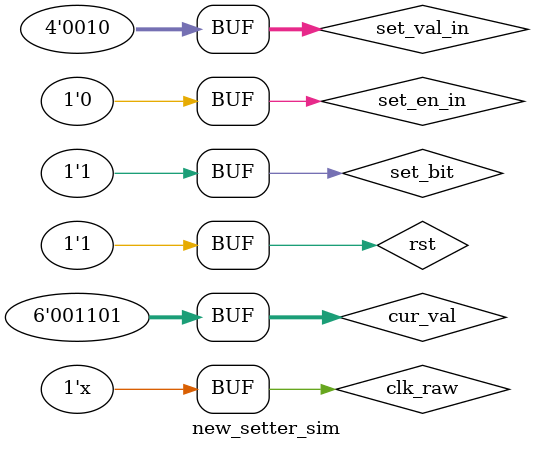
<source format=v>
`timescale 1ns / 1ps


module new_setter_sim();

reg clk_raw,rst,set_en_in,set_bit;
reg [5:0] cur_val;
reg [3:0]set_val_in;
wire set_en_out; 
wire [5:0]set_val_out;
new_counter_setter u(clk_raw,rst,set_en_in,set_bit,cur_val,set_val_in,set_en_out,set_val_out);
    always #5 clk_raw = ~clk_raw;
initial begin
        clk_raw = 0;
        set_en_in = 0;
        rst = 0;
        set_bit =0;
        cur_val = 6'd13;
        set_val_in = 3'd2;
        #2;
        #5 rst = 1;
        #5 set_en_in = 1;
        #5 set_en_in = 0;
        #20;
        #5 set_bit = 1;
        #5 set_en_in = 1;
        #10 set_en_in = 0;
        #20;
end
endmodule


</source>
